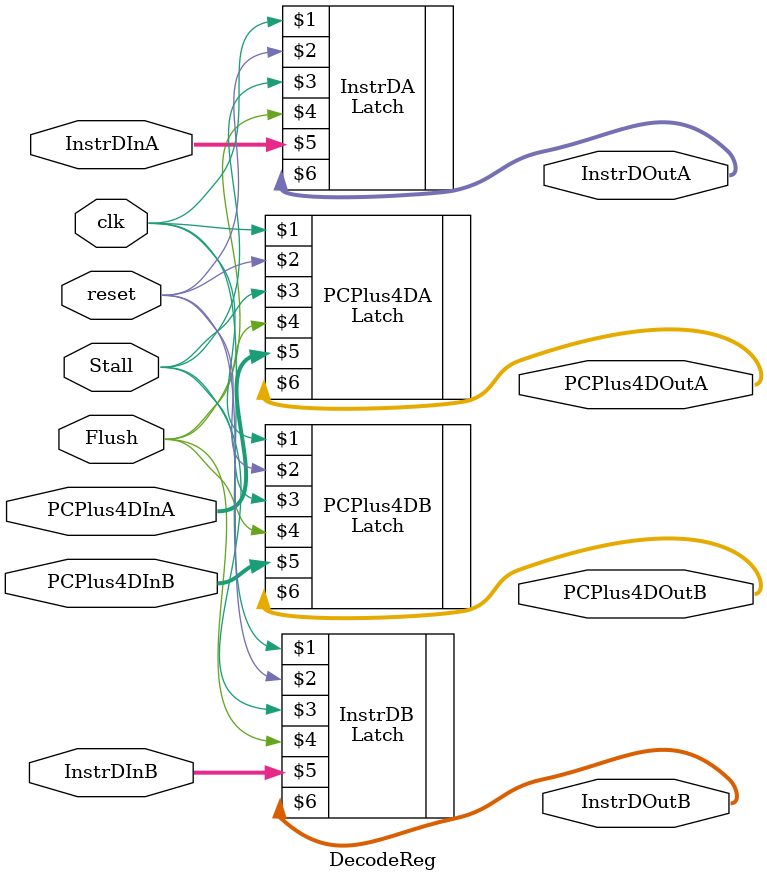
<source format=sv>
`timescale 1ns / 1ps

module DecodeReg(
        input logic clk, reset,
        input logic Stall, Flush,
        input logic [31: 0] PCPlus4DInA, InstrDInA,
        output logic [31: 0] PCPlus4DOutA, InstrDOutA,
        input logic [31: 0] PCPlus4DInB, InstrDInB,
        output logic [31: 0] PCPlus4DOutB, InstrDOutB
    );
    Latch #(32) PCPlus4DA (clk, reset, Stall, Flush, PCPlus4DInA, PCPlus4DOutA);
    Latch #(32) PCPlus4DB (clk, reset, Stall, Flush, PCPlus4DInB, PCPlus4DOutB);
    Latch #(32) InstrDA (clk, reset, Stall, Flush, InstrDInA, InstrDOutA);
    Latch #(32) InstrDB (clk, reset, Stall, Flush, InstrDInB, InstrDOutB);
endmodule
</source>
